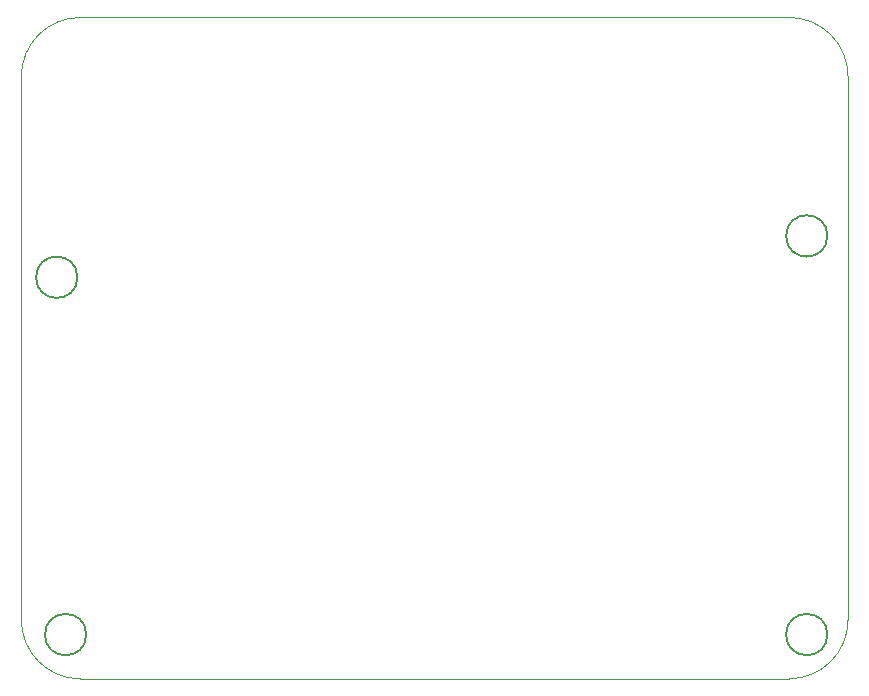
<source format=gbr>
G04 #@! TF.GenerationSoftware,KiCad,Pcbnew,7.0.7-2.fc38*
G04 #@! TF.CreationDate,2023-10-09T12:01:20+01:00*
G04 #@! TF.ProjectId,Main_PCB,4d61696e-5f50-4434-922e-6b696361645f,rev?*
G04 #@! TF.SameCoordinates,Original*
G04 #@! TF.FileFunction,Profile,NP*
%FSLAX46Y46*%
G04 Gerber Fmt 4.6, Leading zero omitted, Abs format (unit mm)*
G04 Created by KiCad (PCBNEW 7.0.7-2.fc38) date 2023-10-09 12:01:20*
%MOMM*%
%LPD*%
G01*
G04 APERTURE LIST*
G04 #@! TA.AperFunction,Profile*
%ADD10C,0.100000*%
G04 #@! TD*
G04 #@! TA.AperFunction,Profile*
%ADD11C,0.150000*%
G04 #@! TD*
G04 APERTURE END LIST*
D10*
X178000000Y-49000000D02*
G75*
G03*
X173000000Y-44000000I-5000000J0D01*
G01*
D11*
X176250000Y-62500000D02*
G75*
G03*
X176250000Y-62500000I-1750000J0D01*
G01*
D10*
X113000000Y-44000000D02*
G75*
G03*
X108000000Y-49000000I0J-5000000D01*
G01*
X108000000Y-49000000D02*
X108000000Y-95000000D01*
X173000000Y-100000000D02*
G75*
G03*
X178000000Y-95000000I0J5000000D01*
G01*
X173000000Y-100000000D02*
X113000000Y-100000000D01*
X143000000Y-44000000D02*
X113000000Y-44000000D01*
X108000000Y-95000000D02*
G75*
G03*
X113000000Y-100000000I5000000J0D01*
G01*
X143000000Y-44000000D02*
X173000000Y-44000000D01*
D11*
X113500000Y-96250000D02*
G75*
G03*
X113500000Y-96250000I-1750000J0D01*
G01*
X176250000Y-96250000D02*
G75*
G03*
X176250000Y-96250000I-1750000J0D01*
G01*
D10*
X178000000Y-49000000D02*
X178000000Y-95000000D01*
D11*
X112750000Y-66000000D02*
G75*
G03*
X112750000Y-66000000I-1750000J0D01*
G01*
M02*

</source>
